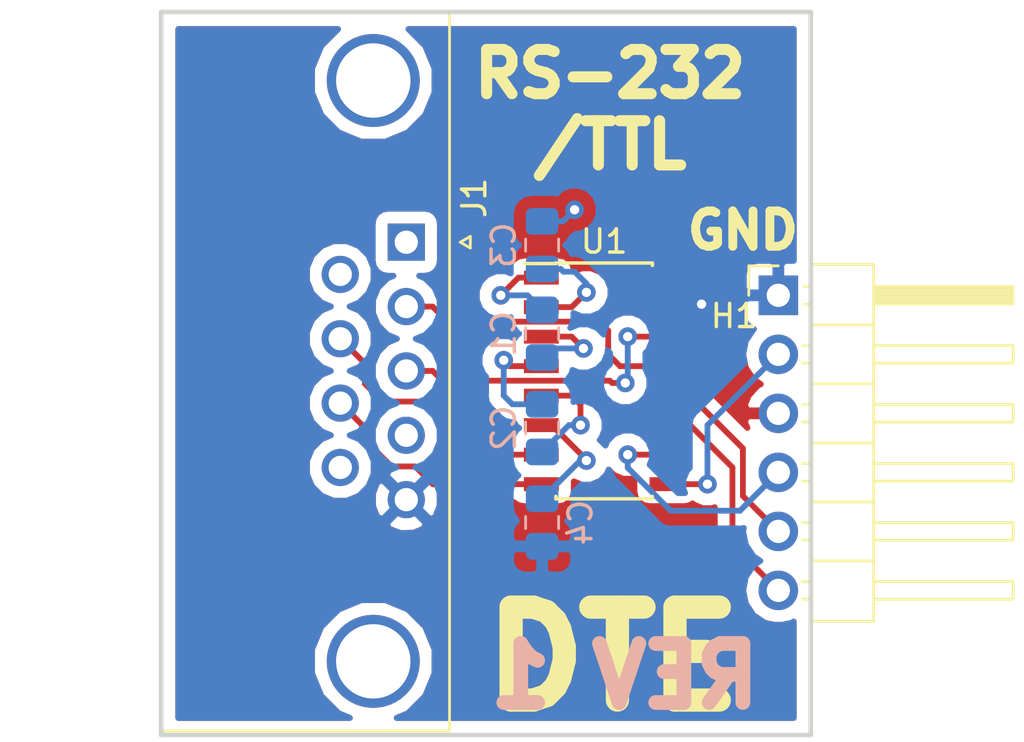
<source format=kicad_pcb>
(kicad_pcb (version 20171130) (host pcbnew "(5.1.5)-3")

  (general
    (thickness 1.6)
    (drawings 10)
    (tracks 90)
    (zones 0)
    (modules 7)
    (nets 18)
  )

  (page A)
  (title_block
    (title DTE)
    (date 2020-02-22)
    (rev 1)
    (company "Land Boards LLC")
  )

  (layers
    (0 F.Cu signal)
    (31 B.Cu signal)
    (32 B.Adhes user hide)
    (33 F.Adhes user hide)
    (34 B.Paste user)
    (35 F.Paste user)
    (36 B.SilkS user)
    (37 F.SilkS user hide)
    (38 B.Mask user hide)
    (39 F.Mask user hide)
    (40 Dwgs.User user hide)
    (41 Cmts.User user hide)
    (42 Eco1.User user hide)
    (43 Eco2.User user hide)
    (44 Edge.Cuts user)
    (45 Margin user hide)
    (46 B.CrtYd user hide)
    (47 F.CrtYd user hide)
    (48 B.Fab user hide)
    (49 F.Fab user)
  )

  (setup
    (last_trace_width 0.25)
    (trace_clearance 0.2)
    (zone_clearance 0.508)
    (zone_45_only no)
    (trace_min 0.2)
    (via_size 0.8)
    (via_drill 0.4)
    (via_min_size 0.4)
    (via_min_drill 0.3)
    (uvia_size 0.3)
    (uvia_drill 0.1)
    (uvias_allowed no)
    (uvia_min_size 0.2)
    (uvia_min_drill 0.1)
    (edge_width 0.15)
    (segment_width 0.2)
    (pcb_text_width 0.3)
    (pcb_text_size 1.5 1.5)
    (mod_edge_width 0.15)
    (mod_text_size 1 1)
    (mod_text_width 0.15)
    (pad_size 1.524 1.524)
    (pad_drill 0.762)
    (pad_to_mask_clearance 0.051)
    (solder_mask_min_width 0.25)
    (aux_axis_origin 0 0)
    (visible_elements 7EFDEF5F)
    (pcbplotparams
      (layerselection 0x010fc_ffffffff)
      (usegerberextensions false)
      (usegerberattributes false)
      (usegerberadvancedattributes false)
      (creategerberjobfile false)
      (excludeedgelayer true)
      (linewidth 0.100000)
      (plotframeref false)
      (viasonmask false)
      (mode 1)
      (useauxorigin false)
      (hpglpennumber 1)
      (hpglpenspeed 20)
      (hpglpendiameter 15.000000)
      (psnegative false)
      (psa4output false)
      (plotreference true)
      (plotvalue true)
      (plotinvisibletext false)
      (padsonsilk false)
      (subtractmaskfromsilk false)
      (outputformat 1)
      (mirror false)
      (drillshape 0)
      (scaleselection 1)
      (outputdirectory "plots/"))
  )

  (net 0 "")
  (net 1 "Net-(C1-Pad1)")
  (net 2 "Net-(C1-Pad2)")
  (net 3 "Net-(C2-Pad2)")
  (net 4 "Net-(C2-Pad1)")
  (net 5 GND)
  (net 6 "Net-(C3-Pad2)")
  (net 7 "Net-(C4-Pad2)")
  (net 8 "Net-(J1-Pad2)")
  (net 9 "Net-(J1-Pad3)")
  (net 10 /VCC)
  (net 11 "Net-(H1-Pad2)")
  (net 12 "Net-(H1-Pad4)")
  (net 13 "Net-(H1-Pad5)")
  (net 14 "Net-(H1-Pad6)")
  (net 15 "Net-(J1-Pad7)")
  (net 16 "Net-(J1-Pad8)")
  (net 17 "Net-(J1-Pad0)")

  (net_class Default "This is the default net class."
    (clearance 0.2)
    (trace_width 0.25)
    (via_dia 0.8)
    (via_drill 0.4)
    (uvia_dia 0.3)
    (uvia_drill 0.1)
    (add_net /VCC)
    (add_net GND)
    (add_net "Net-(C1-Pad1)")
    (add_net "Net-(C1-Pad2)")
    (add_net "Net-(C2-Pad1)")
    (add_net "Net-(C2-Pad2)")
    (add_net "Net-(C3-Pad2)")
    (add_net "Net-(C4-Pad2)")
    (add_net "Net-(H1-Pad2)")
    (add_net "Net-(H1-Pad4)")
    (add_net "Net-(H1-Pad5)")
    (add_net "Net-(H1-Pad6)")
    (add_net "Net-(J1-Pad0)")
    (add_net "Net-(J1-Pad2)")
    (add_net "Net-(J1-Pad3)")
    (add_net "Net-(J1-Pad7)")
    (add_net "Net-(J1-Pad8)")
  )

  (module Capacitor_SMD:C_0805_2012Metric_Pad1.15x1.40mm_HandSolder (layer B.Cu) (tedit 5B36C52B) (tstamp 5D73C2EC)
    (at 16.383 13.843 270)
    (descr "Capacitor SMD 0805 (2012 Metric), square (rectangular) end terminal, IPC_7351 nominal with elongated pad for handsoldering. (Body size source: https://docs.google.com/spreadsheets/d/1BsfQQcO9C6DZCsRaXUlFlo91Tg2WpOkGARC1WS5S8t0/edit?usp=sharing), generated with kicad-footprint-generator")
    (tags "capacitor handsolder")
    (path /5D728776)
    (attr smd)
    (fp_text reference C1 (at 0 1.65 270) (layer B.SilkS)
      (effects (font (size 1 1) (thickness 0.15)) (justify mirror))
    )
    (fp_text value 0.1uF (at 0 -1.65 270) (layer B.Fab)
      (effects (font (size 1 1) (thickness 0.15)) (justify mirror))
    )
    (fp_line (start -1 -0.6) (end -1 0.6) (layer B.Fab) (width 0.1))
    (fp_line (start -1 0.6) (end 1 0.6) (layer B.Fab) (width 0.1))
    (fp_line (start 1 0.6) (end 1 -0.6) (layer B.Fab) (width 0.1))
    (fp_line (start 1 -0.6) (end -1 -0.6) (layer B.Fab) (width 0.1))
    (fp_line (start -0.261252 0.71) (end 0.261252 0.71) (layer B.SilkS) (width 0.12))
    (fp_line (start -0.261252 -0.71) (end 0.261252 -0.71) (layer B.SilkS) (width 0.12))
    (fp_line (start -1.85 -0.95) (end -1.85 0.95) (layer B.CrtYd) (width 0.05))
    (fp_line (start -1.85 0.95) (end 1.85 0.95) (layer B.CrtYd) (width 0.05))
    (fp_line (start 1.85 0.95) (end 1.85 -0.95) (layer B.CrtYd) (width 0.05))
    (fp_line (start 1.85 -0.95) (end -1.85 -0.95) (layer B.CrtYd) (width 0.05))
    (fp_text user %R (at 0 0 270) (layer B.Fab)
      (effects (font (size 0.5 0.5) (thickness 0.08)) (justify mirror))
    )
    (pad 1 smd roundrect (at -1.025 0 270) (size 1.15 1.4) (layers B.Cu B.Paste B.Mask) (roundrect_rratio 0.217391)
      (net 1 "Net-(C1-Pad1)"))
    (pad 2 smd roundrect (at 1.025 0 270) (size 1.15 1.4) (layers B.Cu B.Paste B.Mask) (roundrect_rratio 0.217391)
      (net 2 "Net-(C1-Pad2)"))
    (model ${KISYS3DMOD}/Capacitor_SMD.3dshapes/C_0805_2012Metric.wrl
      (at (xyz 0 0 0))
      (scale (xyz 1 1 1))
      (rotate (xyz 0 0 0))
    )
  )

  (module Capacitor_SMD:C_0805_2012Metric_Pad1.15x1.40mm_HandSolder (layer B.Cu) (tedit 5B36C52B) (tstamp 5D73C2FD)
    (at 16.383 17.907 270)
    (descr "Capacitor SMD 0805 (2012 Metric), square (rectangular) end terminal, IPC_7351 nominal with elongated pad for handsoldering. (Body size source: https://docs.google.com/spreadsheets/d/1BsfQQcO9C6DZCsRaXUlFlo91Tg2WpOkGARC1WS5S8t0/edit?usp=sharing), generated with kicad-footprint-generator")
    (tags "capacitor handsolder")
    (path /5D728CCE)
    (attr smd)
    (fp_text reference C2 (at 0 1.65 270) (layer B.SilkS)
      (effects (font (size 1 1) (thickness 0.15)) (justify mirror))
    )
    (fp_text value 0.1uF (at 0 -1.65 270) (layer B.Fab)
      (effects (font (size 1 1) (thickness 0.15)) (justify mirror))
    )
    (fp_text user %R (at 0 0 270) (layer B.Fab)
      (effects (font (size 0.5 0.5) (thickness 0.08)) (justify mirror))
    )
    (fp_line (start 1.85 -0.95) (end -1.85 -0.95) (layer B.CrtYd) (width 0.05))
    (fp_line (start 1.85 0.95) (end 1.85 -0.95) (layer B.CrtYd) (width 0.05))
    (fp_line (start -1.85 0.95) (end 1.85 0.95) (layer B.CrtYd) (width 0.05))
    (fp_line (start -1.85 -0.95) (end -1.85 0.95) (layer B.CrtYd) (width 0.05))
    (fp_line (start -0.261252 -0.71) (end 0.261252 -0.71) (layer B.SilkS) (width 0.12))
    (fp_line (start -0.261252 0.71) (end 0.261252 0.71) (layer B.SilkS) (width 0.12))
    (fp_line (start 1 -0.6) (end -1 -0.6) (layer B.Fab) (width 0.1))
    (fp_line (start 1 0.6) (end 1 -0.6) (layer B.Fab) (width 0.1))
    (fp_line (start -1 0.6) (end 1 0.6) (layer B.Fab) (width 0.1))
    (fp_line (start -1 -0.6) (end -1 0.6) (layer B.Fab) (width 0.1))
    (pad 2 smd roundrect (at 1.025 0 270) (size 1.15 1.4) (layers B.Cu B.Paste B.Mask) (roundrect_rratio 0.217391)
      (net 3 "Net-(C2-Pad2)"))
    (pad 1 smd roundrect (at -1.025 0 270) (size 1.15 1.4) (layers B.Cu B.Paste B.Mask) (roundrect_rratio 0.217391)
      (net 4 "Net-(C2-Pad1)"))
    (model ${KISYS3DMOD}/Capacitor_SMD.3dshapes/C_0805_2012Metric.wrl
      (at (xyz 0 0 0))
      (scale (xyz 1 1 1))
      (rotate (xyz 0 0 0))
    )
  )

  (module Capacitor_SMD:C_0805_2012Metric_Pad1.15x1.40mm_HandSolder (layer B.Cu) (tedit 5B36C52B) (tstamp 5D73C30E)
    (at 16.383 10.033 270)
    (descr "Capacitor SMD 0805 (2012 Metric), square (rectangular) end terminal, IPC_7351 nominal with elongated pad for handsoldering. (Body size source: https://docs.google.com/spreadsheets/d/1BsfQQcO9C6DZCsRaXUlFlo91Tg2WpOkGARC1WS5S8t0/edit?usp=sharing), generated with kicad-footprint-generator")
    (tags "capacitor handsolder")
    (path /5D728CF8)
    (attr smd)
    (fp_text reference C3 (at 0 1.65 270) (layer B.SilkS)
      (effects (font (size 1 1) (thickness 0.15)) (justify mirror))
    )
    (fp_text value 0.1uF (at 0 -1.65 270) (layer B.Fab)
      (effects (font (size 1 1) (thickness 0.15)) (justify mirror))
    )
    (fp_line (start -1 -0.6) (end -1 0.6) (layer B.Fab) (width 0.1))
    (fp_line (start -1 0.6) (end 1 0.6) (layer B.Fab) (width 0.1))
    (fp_line (start 1 0.6) (end 1 -0.6) (layer B.Fab) (width 0.1))
    (fp_line (start 1 -0.6) (end -1 -0.6) (layer B.Fab) (width 0.1))
    (fp_line (start -0.261252 0.71) (end 0.261252 0.71) (layer B.SilkS) (width 0.12))
    (fp_line (start -0.261252 -0.71) (end 0.261252 -0.71) (layer B.SilkS) (width 0.12))
    (fp_line (start -1.85 -0.95) (end -1.85 0.95) (layer B.CrtYd) (width 0.05))
    (fp_line (start -1.85 0.95) (end 1.85 0.95) (layer B.CrtYd) (width 0.05))
    (fp_line (start 1.85 0.95) (end 1.85 -0.95) (layer B.CrtYd) (width 0.05))
    (fp_line (start 1.85 -0.95) (end -1.85 -0.95) (layer B.CrtYd) (width 0.05))
    (fp_text user %R (at 0 0 270) (layer B.Fab)
      (effects (font (size 0.5 0.5) (thickness 0.08)) (justify mirror))
    )
    (pad 1 smd roundrect (at -1.025 0 270) (size 1.15 1.4) (layers B.Cu B.Paste B.Mask) (roundrect_rratio 0.217391)
      (net 10 /VCC))
    (pad 2 smd roundrect (at 1.025 0 270) (size 1.15 1.4) (layers B.Cu B.Paste B.Mask) (roundrect_rratio 0.217391)
      (net 6 "Net-(C3-Pad2)"))
    (model ${KISYS3DMOD}/Capacitor_SMD.3dshapes/C_0805_2012Metric.wrl
      (at (xyz 0 0 0))
      (scale (xyz 1 1 1))
      (rotate (xyz 0 0 0))
    )
  )

  (module Capacitor_SMD:C_0805_2012Metric_Pad1.15x1.40mm_HandSolder (layer B.Cu) (tedit 5B36C52B) (tstamp 5D73C31F)
    (at 16.383 21.971 90)
    (descr "Capacitor SMD 0805 (2012 Metric), square (rectangular) end terminal, IPC_7351 nominal with elongated pad for handsoldering. (Body size source: https://docs.google.com/spreadsheets/d/1BsfQQcO9C6DZCsRaXUlFlo91Tg2WpOkGARC1WS5S8t0/edit?usp=sharing), generated with kicad-footprint-generator")
    (tags "capacitor handsolder")
    (path /5D728D2A)
    (attr smd)
    (fp_text reference C4 (at 0 1.65 90) (layer B.SilkS)
      (effects (font (size 1 1) (thickness 0.15)) (justify mirror))
    )
    (fp_text value 0.1uF (at 0 -1.65 90) (layer B.Fab)
      (effects (font (size 1 1) (thickness 0.15)) (justify mirror))
    )
    (fp_text user %R (at 0 0 90) (layer B.Fab)
      (effects (font (size 0.5 0.5) (thickness 0.08)) (justify mirror))
    )
    (fp_line (start 1.85 -0.95) (end -1.85 -0.95) (layer B.CrtYd) (width 0.05))
    (fp_line (start 1.85 0.95) (end 1.85 -0.95) (layer B.CrtYd) (width 0.05))
    (fp_line (start -1.85 0.95) (end 1.85 0.95) (layer B.CrtYd) (width 0.05))
    (fp_line (start -1.85 -0.95) (end -1.85 0.95) (layer B.CrtYd) (width 0.05))
    (fp_line (start -0.261252 -0.71) (end 0.261252 -0.71) (layer B.SilkS) (width 0.12))
    (fp_line (start -0.261252 0.71) (end 0.261252 0.71) (layer B.SilkS) (width 0.12))
    (fp_line (start 1 -0.6) (end -1 -0.6) (layer B.Fab) (width 0.1))
    (fp_line (start 1 0.6) (end 1 -0.6) (layer B.Fab) (width 0.1))
    (fp_line (start -1 0.6) (end 1 0.6) (layer B.Fab) (width 0.1))
    (fp_line (start -1 -0.6) (end -1 0.6) (layer B.Fab) (width 0.1))
    (pad 2 smd roundrect (at 1.025 0 90) (size 1.15 1.4) (layers B.Cu B.Paste B.Mask) (roundrect_rratio 0.217391)
      (net 7 "Net-(C4-Pad2)"))
    (pad 1 smd roundrect (at -1.025 0 90) (size 1.15 1.4) (layers B.Cu B.Paste B.Mask) (roundrect_rratio 0.217391)
      (net 5 GND))
    (model ${KISYS3DMOD}/Capacitor_SMD.3dshapes/C_0805_2012Metric.wrl
      (at (xyz 0 0 0))
      (scale (xyz 1 1 1))
      (rotate (xyz 0 0 0))
    )
  )

  (module Connector_PinHeader_2.54mm:PinHeader_1x06_P2.54mm_Horizontal (layer F.Cu) (tedit 5D759B42) (tstamp 5D73C386)
    (at 26.543 12.192)
    (descr "Through hole angled pin header, 1x06, 2.54mm pitch, 6mm pin length, single row")
    (tags "Through hole angled pin header THT 1x06 2.54mm single row")
    (path /5D75A367)
    (fp_text reference H1 (at -1.905 0.889) (layer F.SilkS)
      (effects (font (size 1 1) (thickness 0.15)))
    )
    (fp_text value FTDI-Slave (at 4.385 14.97) (layer F.Fab)
      (effects (font (size 1 1) (thickness 0.15)))
    )
    (fp_line (start 2.135 -1.27) (end 4.04 -1.27) (layer F.Fab) (width 0.1))
    (fp_line (start 4.04 -1.27) (end 4.04 13.97) (layer F.Fab) (width 0.1))
    (fp_line (start 4.04 13.97) (end 1.5 13.97) (layer F.Fab) (width 0.1))
    (fp_line (start 1.5 13.97) (end 1.5 -0.635) (layer F.Fab) (width 0.1))
    (fp_line (start 1.5 -0.635) (end 2.135 -1.27) (layer F.Fab) (width 0.1))
    (fp_line (start -0.32 -0.32) (end 1.5 -0.32) (layer F.Fab) (width 0.1))
    (fp_line (start -0.32 -0.32) (end -0.32 0.32) (layer F.Fab) (width 0.1))
    (fp_line (start -0.32 0.32) (end 1.5 0.32) (layer F.Fab) (width 0.1))
    (fp_line (start 4.04 -0.32) (end 10.04 -0.32) (layer F.Fab) (width 0.1))
    (fp_line (start 10.04 -0.32) (end 10.04 0.32) (layer F.Fab) (width 0.1))
    (fp_line (start 4.04 0.32) (end 10.04 0.32) (layer F.Fab) (width 0.1))
    (fp_line (start -0.32 2.22) (end 1.5 2.22) (layer F.Fab) (width 0.1))
    (fp_line (start -0.32 2.22) (end -0.32 2.86) (layer F.Fab) (width 0.1))
    (fp_line (start -0.32 2.86) (end 1.5 2.86) (layer F.Fab) (width 0.1))
    (fp_line (start 4.04 2.22) (end 10.04 2.22) (layer F.Fab) (width 0.1))
    (fp_line (start 10.04 2.22) (end 10.04 2.86) (layer F.Fab) (width 0.1))
    (fp_line (start 4.04 2.86) (end 10.04 2.86) (layer F.Fab) (width 0.1))
    (fp_line (start -0.32 4.76) (end 1.5 4.76) (layer F.Fab) (width 0.1))
    (fp_line (start -0.32 4.76) (end -0.32 5.4) (layer F.Fab) (width 0.1))
    (fp_line (start -0.32 5.4) (end 1.5 5.4) (layer F.Fab) (width 0.1))
    (fp_line (start 4.04 4.76) (end 10.04 4.76) (layer F.Fab) (width 0.1))
    (fp_line (start 10.04 4.76) (end 10.04 5.4) (layer F.Fab) (width 0.1))
    (fp_line (start 4.04 5.4) (end 10.04 5.4) (layer F.Fab) (width 0.1))
    (fp_line (start -0.32 7.3) (end 1.5 7.3) (layer F.Fab) (width 0.1))
    (fp_line (start -0.32 7.3) (end -0.32 7.94) (layer F.Fab) (width 0.1))
    (fp_line (start -0.32 7.94) (end 1.5 7.94) (layer F.Fab) (width 0.1))
    (fp_line (start 4.04 7.3) (end 10.04 7.3) (layer F.Fab) (width 0.1))
    (fp_line (start 10.04 7.3) (end 10.04 7.94) (layer F.Fab) (width 0.1))
    (fp_line (start 4.04 7.94) (end 10.04 7.94) (layer F.Fab) (width 0.1))
    (fp_line (start -0.32 9.84) (end 1.5 9.84) (layer F.Fab) (width 0.1))
    (fp_line (start -0.32 9.84) (end -0.32 10.48) (layer F.Fab) (width 0.1))
    (fp_line (start -0.32 10.48) (end 1.5 10.48) (layer F.Fab) (width 0.1))
    (fp_line (start 4.04 9.84) (end 10.04 9.84) (layer F.Fab) (width 0.1))
    (fp_line (start 10.04 9.84) (end 10.04 10.48) (layer F.Fab) (width 0.1))
    (fp_line (start 4.04 10.48) (end 10.04 10.48) (layer F.Fab) (width 0.1))
    (fp_line (start -0.32 12.38) (end 1.5 12.38) (layer F.Fab) (width 0.1))
    (fp_line (start -0.32 12.38) (end -0.32 13.02) (layer F.Fab) (width 0.1))
    (fp_line (start -0.32 13.02) (end 1.5 13.02) (layer F.Fab) (width 0.1))
    (fp_line (start 4.04 12.38) (end 10.04 12.38) (layer F.Fab) (width 0.1))
    (fp_line (start 10.04 12.38) (end 10.04 13.02) (layer F.Fab) (width 0.1))
    (fp_line (start 4.04 13.02) (end 10.04 13.02) (layer F.Fab) (width 0.1))
    (fp_line (start 1.44 -1.33) (end 1.44 14.03) (layer F.SilkS) (width 0.12))
    (fp_line (start 1.44 14.03) (end 4.1 14.03) (layer F.SilkS) (width 0.12))
    (fp_line (start 4.1 14.03) (end 4.1 -1.33) (layer F.SilkS) (width 0.12))
    (fp_line (start 4.1 -1.33) (end 1.44 -1.33) (layer F.SilkS) (width 0.12))
    (fp_line (start 4.1 -0.38) (end 10.1 -0.38) (layer F.SilkS) (width 0.12))
    (fp_line (start 10.1 -0.38) (end 10.1 0.38) (layer F.SilkS) (width 0.12))
    (fp_line (start 10.1 0.38) (end 4.1 0.38) (layer F.SilkS) (width 0.12))
    (fp_line (start 4.1 -0.32) (end 10.1 -0.32) (layer F.SilkS) (width 0.12))
    (fp_line (start 4.1 -0.2) (end 10.1 -0.2) (layer F.SilkS) (width 0.12))
    (fp_line (start 4.1 -0.08) (end 10.1 -0.08) (layer F.SilkS) (width 0.12))
    (fp_line (start 4.1 0.04) (end 10.1 0.04) (layer F.SilkS) (width 0.12))
    (fp_line (start 4.1 0.16) (end 10.1 0.16) (layer F.SilkS) (width 0.12))
    (fp_line (start 4.1 0.28) (end 10.1 0.28) (layer F.SilkS) (width 0.12))
    (fp_line (start 1.11 -0.38) (end 1.44 -0.38) (layer F.SilkS) (width 0.12))
    (fp_line (start 1.11 0.38) (end 1.44 0.38) (layer F.SilkS) (width 0.12))
    (fp_line (start 1.44 1.27) (end 4.1 1.27) (layer F.SilkS) (width 0.12))
    (fp_line (start 4.1 2.16) (end 10.1 2.16) (layer F.SilkS) (width 0.12))
    (fp_line (start 10.1 2.16) (end 10.1 2.92) (layer F.SilkS) (width 0.12))
    (fp_line (start 10.1 2.92) (end 4.1 2.92) (layer F.SilkS) (width 0.12))
    (fp_line (start 1.042929 2.16) (end 1.44 2.16) (layer F.SilkS) (width 0.12))
    (fp_line (start 1.042929 2.92) (end 1.44 2.92) (layer F.SilkS) (width 0.12))
    (fp_line (start 1.44 3.81) (end 4.1 3.81) (layer F.SilkS) (width 0.12))
    (fp_line (start 4.1 4.7) (end 10.1 4.7) (layer F.SilkS) (width 0.12))
    (fp_line (start 10.1 4.7) (end 10.1 5.46) (layer F.SilkS) (width 0.12))
    (fp_line (start 10.1 5.46) (end 4.1 5.46) (layer F.SilkS) (width 0.12))
    (fp_line (start 1.042929 4.7) (end 1.44 4.7) (layer F.SilkS) (width 0.12))
    (fp_line (start 1.042929 5.46) (end 1.44 5.46) (layer F.SilkS) (width 0.12))
    (fp_line (start 1.44 6.35) (end 4.1 6.35) (layer F.SilkS) (width 0.12))
    (fp_line (start 4.1 7.24) (end 10.1 7.24) (layer F.SilkS) (width 0.12))
    (fp_line (start 10.1 7.24) (end 10.1 8) (layer F.SilkS) (width 0.12))
    (fp_line (start 10.1 8) (end 4.1 8) (layer F.SilkS) (width 0.12))
    (fp_line (start 1.042929 7.24) (end 1.44 7.24) (layer F.SilkS) (width 0.12))
    (fp_line (start 1.042929 8) (end 1.44 8) (layer F.SilkS) (width 0.12))
    (fp_line (start 1.44 8.89) (end 4.1 8.89) (layer F.SilkS) (width 0.12))
    (fp_line (start 4.1 9.78) (end 10.1 9.78) (layer F.SilkS) (width 0.12))
    (fp_line (start 10.1 9.78) (end 10.1 10.54) (layer F.SilkS) (width 0.12))
    (fp_line (start 10.1 10.54) (end 4.1 10.54) (layer F.SilkS) (width 0.12))
    (fp_line (start 1.042929 9.78) (end 1.44 9.78) (layer F.SilkS) (width 0.12))
    (fp_line (start 1.042929 10.54) (end 1.44 10.54) (layer F.SilkS) (width 0.12))
    (fp_line (start 1.44 11.43) (end 4.1 11.43) (layer F.SilkS) (width 0.12))
    (fp_line (start 4.1 12.32) (end 10.1 12.32) (layer F.SilkS) (width 0.12))
    (fp_line (start 10.1 12.32) (end 10.1 13.08) (layer F.SilkS) (width 0.12))
    (fp_line (start 10.1 13.08) (end 4.1 13.08) (layer F.SilkS) (width 0.12))
    (fp_line (start 1.042929 12.32) (end 1.44 12.32) (layer F.SilkS) (width 0.12))
    (fp_line (start 1.042929 13.08) (end 1.44 13.08) (layer F.SilkS) (width 0.12))
    (fp_line (start -1.27 0) (end -1.27 -1.27) (layer F.SilkS) (width 0.12))
    (fp_line (start -1.27 -1.27) (end 0 -1.27) (layer F.SilkS) (width 0.12))
    (fp_line (start -1.8 -1.8) (end -1.8 14.5) (layer F.CrtYd) (width 0.05))
    (fp_line (start -1.8 14.5) (end 10.55 14.5) (layer F.CrtYd) (width 0.05))
    (fp_line (start 10.55 14.5) (end 10.55 -1.8) (layer F.CrtYd) (width 0.05))
    (fp_line (start 10.55 -1.8) (end -1.8 -1.8) (layer F.CrtYd) (width 0.05))
    (fp_text user %R (at 2.77 6.35 90) (layer F.Fab)
      (effects (font (size 1 1) (thickness 0.15)))
    )
    (pad 1 thru_hole rect (at 0 0) (size 1.7 1.7) (drill 1) (layers *.Cu *.Mask)
      (net 5 GND))
    (pad 2 thru_hole oval (at 0 2.54) (size 1.7 1.7) (drill 1) (layers *.Cu *.Mask)
      (net 11 "Net-(H1-Pad2)"))
    (pad 3 thru_hole oval (at 0 5.08) (size 1.7 1.7) (drill 1) (layers *.Cu *.Mask)
      (net 10 /VCC))
    (pad 4 thru_hole oval (at 0 7.62) (size 1.7 1.7) (drill 1) (layers *.Cu *.Mask)
      (net 12 "Net-(H1-Pad4)"))
    (pad 5 thru_hole oval (at 0 10.16) (size 1.7 1.7) (drill 1) (layers *.Cu *.Mask)
      (net 13 "Net-(H1-Pad5)"))
    (pad 6 thru_hole oval (at 0 12.7) (size 1.7 1.7) (drill 1) (layers *.Cu *.Mask)
      (net 14 "Net-(H1-Pad6)"))
    (model ${KISYS3DMOD}/Connector_PinHeader_2.54mm.3dshapes/PinHeader_1x06_P2.54mm_Horizontal.wrl
      (at (xyz 0 0 0))
      (scale (xyz 1 1 1))
      (rotate (xyz 0 0 0))
    )
  )

  (module Connector_Dsub:DSUB-9_Male_Horizontal_P2.77x2.84mm_EdgePinOffset7.70mm_Housed_MountingHolesOffset9.12mm (layer F.Cu) (tedit 5D759B32) (tstamp 5D73C3BA)
    (at 10.541 9.906 270)
    (descr "9-pin D-Sub connector, horizontal/angled (90 deg), THT-mount, male, pitch 2.77x2.84mm, pin-PCB-offset 7.699999999999999mm, distance of mounting holes 25mm, distance of mounting holes to PCB edge 9.12mm, see https://disti-assets.s3.amazonaws.com/tonar/files/datasheets/16730.pdf")
    (tags "9-pin D-Sub connector horizontal angled 90deg THT male pitch 2.77x2.84mm pin-PCB-offset 7.699999999999999mm mounting-holes-distance 25mm mounting-hole-offset 25mm")
    (path /5D729312)
    (fp_text reference J1 (at -1.905 -2.921 270) (layer F.SilkS)
      (effects (font (size 1 1) (thickness 0.15)))
    )
    (fp_text value DB9_Male_MountingHoles (at 5.54 18.44 270) (layer F.Fab)
      (effects (font (size 1 1) (thickness 0.15)))
    )
    (fp_arc (start -6.96 1.42) (end -8.56 1.42) (angle 180) (layer F.Fab) (width 0.1))
    (fp_arc (start 18.04 1.42) (end 16.44 1.42) (angle 180) (layer F.Fab) (width 0.1))
    (fp_line (start -9.885 -1.8) (end -9.885 10.54) (layer F.Fab) (width 0.1))
    (fp_line (start -9.885 10.54) (end 20.965 10.54) (layer F.Fab) (width 0.1))
    (fp_line (start 20.965 10.54) (end 20.965 -1.8) (layer F.Fab) (width 0.1))
    (fp_line (start 20.965 -1.8) (end -9.885 -1.8) (layer F.Fab) (width 0.1))
    (fp_line (start -9.885 10.54) (end -9.885 10.94) (layer F.Fab) (width 0.1))
    (fp_line (start -9.885 10.94) (end 20.965 10.94) (layer F.Fab) (width 0.1))
    (fp_line (start 20.965 10.94) (end 20.965 10.54) (layer F.Fab) (width 0.1))
    (fp_line (start 20.965 10.54) (end -9.885 10.54) (layer F.Fab) (width 0.1))
    (fp_line (start -2.61 10.94) (end -2.61 16.94) (layer F.Fab) (width 0.1))
    (fp_line (start -2.61 16.94) (end 13.69 16.94) (layer F.Fab) (width 0.1))
    (fp_line (start 13.69 16.94) (end 13.69 10.94) (layer F.Fab) (width 0.1))
    (fp_line (start 13.69 10.94) (end -2.61 10.94) (layer F.Fab) (width 0.1))
    (fp_line (start -9.46 10.94) (end -9.46 15.94) (layer F.Fab) (width 0.1))
    (fp_line (start -9.46 15.94) (end -4.46 15.94) (layer F.Fab) (width 0.1))
    (fp_line (start -4.46 15.94) (end -4.46 10.94) (layer F.Fab) (width 0.1))
    (fp_line (start -4.46 10.94) (end -9.46 10.94) (layer F.Fab) (width 0.1))
    (fp_line (start 15.54 10.94) (end 15.54 15.94) (layer F.Fab) (width 0.1))
    (fp_line (start 15.54 15.94) (end 20.54 15.94) (layer F.Fab) (width 0.1))
    (fp_line (start 20.54 15.94) (end 20.54 10.94) (layer F.Fab) (width 0.1))
    (fp_line (start 20.54 10.94) (end 15.54 10.94) (layer F.Fab) (width 0.1))
    (fp_line (start -8.56 10.54) (end -8.56 1.42) (layer F.Fab) (width 0.1))
    (fp_line (start -5.36 10.54) (end -5.36 1.42) (layer F.Fab) (width 0.1))
    (fp_line (start 16.44 10.54) (end 16.44 1.42) (layer F.Fab) (width 0.1))
    (fp_line (start 19.64 10.54) (end 19.64 1.42) (layer F.Fab) (width 0.1))
    (fp_line (start -9.945 10.48) (end -9.945 -1.86) (layer F.SilkS) (width 0.12))
    (fp_line (start -9.945 -1.86) (end 21.025 -1.86) (layer F.SilkS) (width 0.12))
    (fp_line (start 21.025 -1.86) (end 21.025 10.48) (layer F.SilkS) (width 0.12))
    (fp_line (start -0.25 -2.754338) (end 0.25 -2.754338) (layer F.SilkS) (width 0.12))
    (fp_line (start 0.25 -2.754338) (end 0 -2.321325) (layer F.SilkS) (width 0.12))
    (fp_line (start 0 -2.321325) (end -0.25 -2.754338) (layer F.SilkS) (width 0.12))
    (fp_line (start -10.4 -2.35) (end -10.4 17.45) (layer F.CrtYd) (width 0.05))
    (fp_line (start -10.4 17.45) (end 21.5 17.45) (layer F.CrtYd) (width 0.05))
    (fp_line (start 21.5 17.45) (end 21.5 -2.35) (layer F.CrtYd) (width 0.05))
    (fp_line (start 21.5 -2.35) (end -10.4 -2.35) (layer F.CrtYd) (width 0.05))
    (fp_text user %R (at 5.54 13.94 270) (layer F.Fab)
      (effects (font (size 1 1) (thickness 0.15)))
    )
    (pad 1 thru_hole rect (at 0 0 270) (size 1.6 1.6) (drill 1) (layers *.Cu *.Mask))
    (pad 2 thru_hole circle (at 2.77 0 270) (size 1.6 1.6) (drill 1) (layers *.Cu *.Mask)
      (net 8 "Net-(J1-Pad2)"))
    (pad 3 thru_hole circle (at 5.54 0 270) (size 1.6 1.6) (drill 1) (layers *.Cu *.Mask)
      (net 9 "Net-(J1-Pad3)"))
    (pad 4 thru_hole circle (at 8.31 0 270) (size 1.6 1.6) (drill 1) (layers *.Cu *.Mask))
    (pad 5 thru_hole circle (at 11.08 0 270) (size 1.6 1.6) (drill 1) (layers *.Cu *.Mask)
      (net 5 GND))
    (pad 6 thru_hole circle (at 1.385 2.84 270) (size 1.6 1.6) (drill 1) (layers *.Cu *.Mask))
    (pad 7 thru_hole circle (at 4.155 2.84 270) (size 1.6 1.6) (drill 1) (layers *.Cu *.Mask)
      (net 15 "Net-(J1-Pad7)"))
    (pad 8 thru_hole circle (at 6.925 2.84 270) (size 1.6 1.6) (drill 1) (layers *.Cu *.Mask)
      (net 16 "Net-(J1-Pad8)"))
    (pad 9 thru_hole circle (at 9.695 2.84 270) (size 1.6 1.6) (drill 1) (layers *.Cu *.Mask))
    (pad 0 thru_hole circle (at -6.96 1.42 270) (size 4 4) (drill 3.2) (layers *.Cu *.Mask)
      (net 17 "Net-(J1-Pad0)"))
    (pad 0 thru_hole circle (at 18.04 1.42 270) (size 4 4) (drill 3.2) (layers *.Cu *.Mask)
      (net 17 "Net-(J1-Pad0)"))
    (model ${KISYS3DMOD}/Connector_Dsub.3dshapes/DSUB-9_Male_Horizontal_P2.77x2.84mm_EdgePinOffset7.70mm_Housed_MountingHolesOffset9.12mm.wrl
      (at (xyz 0 0 0))
      (scale (xyz 1 1 1))
      (rotate (xyz 0 0 0))
    )
  )

  (module Package_SO:SOIC-16_3.9x9.9mm_P1.27mm (layer F.Cu) (tedit 5A02F2D3) (tstamp 5D73C3DF)
    (at 19.05 15.875)
    (descr "16-Lead Plastic Small Outline (SL) - Narrow, 3.90 mm Body [SOIC] (see Microchip Packaging Specification 00000049BS.pdf)")
    (tags "SOIC 1.27")
    (path /5D7285AB)
    (attr smd)
    (fp_text reference U1 (at 0 -6) (layer F.SilkS)
      (effects (font (size 1 1) (thickness 0.15)))
    )
    (fp_text value ICL3232 (at 0 6) (layer F.Fab)
      (effects (font (size 1 1) (thickness 0.15)))
    )
    (fp_text user %R (at 0 0) (layer F.Fab)
      (effects (font (size 0.9 0.9) (thickness 0.135)))
    )
    (fp_line (start -0.95 -4.95) (end 1.95 -4.95) (layer F.Fab) (width 0.15))
    (fp_line (start 1.95 -4.95) (end 1.95 4.95) (layer F.Fab) (width 0.15))
    (fp_line (start 1.95 4.95) (end -1.95 4.95) (layer F.Fab) (width 0.15))
    (fp_line (start -1.95 4.95) (end -1.95 -3.95) (layer F.Fab) (width 0.15))
    (fp_line (start -1.95 -3.95) (end -0.95 -4.95) (layer F.Fab) (width 0.15))
    (fp_line (start -3.7 -5.25) (end -3.7 5.25) (layer F.CrtYd) (width 0.05))
    (fp_line (start 3.7 -5.25) (end 3.7 5.25) (layer F.CrtYd) (width 0.05))
    (fp_line (start -3.7 -5.25) (end 3.7 -5.25) (layer F.CrtYd) (width 0.05))
    (fp_line (start -3.7 5.25) (end 3.7 5.25) (layer F.CrtYd) (width 0.05))
    (fp_line (start -2.075 -5.075) (end -2.075 -5.05) (layer F.SilkS) (width 0.15))
    (fp_line (start 2.075 -5.075) (end 2.075 -4.97) (layer F.SilkS) (width 0.15))
    (fp_line (start 2.075 5.075) (end 2.075 4.97) (layer F.SilkS) (width 0.15))
    (fp_line (start -2.075 5.075) (end -2.075 4.97) (layer F.SilkS) (width 0.15))
    (fp_line (start -2.075 -5.075) (end 2.075 -5.075) (layer F.SilkS) (width 0.15))
    (fp_line (start -2.075 5.075) (end 2.075 5.075) (layer F.SilkS) (width 0.15))
    (fp_line (start -2.075 -5.05) (end -3.45 -5.05) (layer F.SilkS) (width 0.15))
    (pad 1 smd rect (at -2.7 -4.445) (size 1.5 0.6) (layers F.Cu F.Paste F.Mask)
      (net 1 "Net-(C1-Pad1)"))
    (pad 2 smd rect (at -2.7 -3.175) (size 1.5 0.6) (layers F.Cu F.Paste F.Mask)
      (net 6 "Net-(C3-Pad2)"))
    (pad 3 smd rect (at -2.7 -1.905) (size 1.5 0.6) (layers F.Cu F.Paste F.Mask)
      (net 2 "Net-(C1-Pad2)"))
    (pad 4 smd rect (at -2.7 -0.635) (size 1.5 0.6) (layers F.Cu F.Paste F.Mask)
      (net 4 "Net-(C2-Pad1)"))
    (pad 5 smd rect (at -2.7 0.635) (size 1.5 0.6) (layers F.Cu F.Paste F.Mask)
      (net 3 "Net-(C2-Pad2)"))
    (pad 6 smd rect (at -2.7 1.905) (size 1.5 0.6) (layers F.Cu F.Paste F.Mask)
      (net 7 "Net-(C4-Pad2)"))
    (pad 7 smd rect (at -2.7 3.175) (size 1.5 0.6) (layers F.Cu F.Paste F.Mask)
      (net 15 "Net-(J1-Pad7)"))
    (pad 8 smd rect (at -2.7 4.445) (size 1.5 0.6) (layers F.Cu F.Paste F.Mask)
      (net 16 "Net-(J1-Pad8)"))
    (pad 9 smd rect (at 2.7 4.445) (size 1.5 0.6) (layers F.Cu F.Paste F.Mask)
      (net 11 "Net-(H1-Pad2)"))
    (pad 10 smd rect (at 2.7 3.175) (size 1.5 0.6) (layers F.Cu F.Paste F.Mask)
      (net 12 "Net-(H1-Pad4)"))
    (pad 11 smd rect (at 2.7 1.905) (size 1.5 0.6) (layers F.Cu F.Paste F.Mask)
      (net 14 "Net-(H1-Pad6)"))
    (pad 12 smd rect (at 2.7 0.635) (size 1.5 0.6) (layers F.Cu F.Paste F.Mask)
      (net 13 "Net-(H1-Pad5)"))
    (pad 13 smd rect (at 2.7 -0.635) (size 1.5 0.6) (layers F.Cu F.Paste F.Mask)
      (net 8 "Net-(J1-Pad2)"))
    (pad 14 smd rect (at 2.7 -1.905) (size 1.5 0.6) (layers F.Cu F.Paste F.Mask)
      (net 9 "Net-(J1-Pad3)"))
    (pad 15 smd rect (at 2.7 -3.175) (size 1.5 0.6) (layers F.Cu F.Paste F.Mask)
      (net 5 GND))
    (pad 16 smd rect (at 2.7 -4.445) (size 1.5 0.6) (layers F.Cu F.Paste F.Mask)
      (net 10 /VCC))
    (model ${KISYS3DMOD}/Package_SO.3dshapes/SOIC-16_3.9x9.9mm_P1.27mm.wrl
      (at (xyz 0 0 0))
      (scale (xyz 1 1 1))
      (rotate (xyz 0 0 0))
    )
  )

  (dimension 31.115 (width 0.3) (layer Dwgs.User)
    (gr_text "31.115 mm" (at 40.835 15.5575 90) (layer Dwgs.User)
      (effects (font (size 1.5 1.5) (thickness 0.3)))
    )
    (feature1 (pts (xy 27.94 0) (xy 39.321421 0)))
    (feature2 (pts (xy 27.94 31.115) (xy 39.321421 31.115)))
    (crossbar (pts (xy 38.735 31.115) (xy 38.735 0)))
    (arrow1a (pts (xy 38.735 0) (xy 39.321421 1.126504)))
    (arrow1b (pts (xy 38.735 0) (xy 38.148579 1.126504)))
    (arrow2a (pts (xy 38.735 31.115) (xy 39.321421 29.988496)))
    (arrow2b (pts (xy 38.735 31.115) (xy 38.148579 29.988496)))
  )
  (dimension 27.94 (width 0.3) (layer Dwgs.User)
    (gr_text "27.940 mm" (at 13.97 -4.64) (layer Dwgs.User)
      (effects (font (size 1.5 1.5) (thickness 0.3)))
    )
    (feature1 (pts (xy 27.94 0) (xy 27.94 -3.126421)))
    (feature2 (pts (xy 0 0) (xy 0 -3.126421)))
    (crossbar (pts (xy 0 -2.54) (xy 27.94 -2.54)))
    (arrow1a (pts (xy 27.94 -2.54) (xy 26.813496 -1.953579)))
    (arrow1b (pts (xy 27.94 -2.54) (xy 26.813496 -3.126421)))
    (arrow2a (pts (xy 0 -2.54) (xy 1.126504 -1.953579)))
    (arrow2b (pts (xy 0 -2.54) (xy 1.126504 -3.126421)))
  )
  (gr_text "REV 1" (at 19.939 28.575) (layer B.SilkS) (tstamp 5D765BE1)
    (effects (font (size 2.54 2.54) (thickness 0.635)) (justify mirror))
  )
  (gr_text GND (at 25.019 9.398) (layer F.SilkS) (tstamp 5D73CD6E)
    (effects (font (size 1.524 1.524) (thickness 0.381)))
  )
  (gr_text "RS-232\n/TTL" (at 19.304 4.191) (layer F.SilkS) (tstamp 5D73CD66)
    (effects (font (size 1.905 1.905) (thickness 0.47625)))
  )
  (gr_text DTE (at 19.431 27.813) (layer F.SilkS)
    (effects (font (size 4 4) (thickness 1)))
  )
  (gr_line (start 0 31.115) (end 0 0) (layer Edge.Cuts) (width 0.2))
  (gr_line (start 27.94 31.115) (end 0 31.115) (layer Edge.Cuts) (width 0.2))
  (gr_line (start 27.94 0) (end 27.94 31.115) (layer Edge.Cuts) (width 0.2))
  (gr_line (start 0 0) (end 27.94 0) (layer Edge.Cuts) (width 0.2))

  (via (at 14.605 12.192) (size 0.8) (drill 0.4) (layers F.Cu B.Cu) (net 1))
  (segment (start 16.35 11.43) (end 15.367 11.43) (width 0.25) (layer F.Cu) (net 1) (status 10))
  (segment (start 15.367 11.43) (end 14.605 12.192) (width 0.25) (layer F.Cu) (net 1))
  (segment (start 15.757 12.192) (end 16.383 12.818) (width 0.25) (layer B.Cu) (net 1) (status 20))
  (segment (start 14.605 12.192) (end 15.757 12.192) (width 0.25) (layer B.Cu) (net 1))
  (segment (start 16.35 13.97) (end 17.653 13.97) (width 0.25) (layer F.Cu) (net 2) (status 10))
  (via (at 18.161 14.478) (size 0.8) (drill 0.4) (layers F.Cu B.Cu) (net 2))
  (segment (start 17.653 13.97) (end 18.161 14.478) (width 0.25) (layer F.Cu) (net 2))
  (segment (start 16.773 14.478) (end 16.383 14.868) (width 0.25) (layer B.Cu) (net 2) (status 30))
  (segment (start 18.161 14.478) (end 16.773 14.478) (width 0.25) (layer B.Cu) (net 2) (status 20))
  (via (at 18.034 17.78) (size 0.8) (drill 0.4) (layers F.Cu B.Cu) (net 3))
  (segment (start 17.535 17.78) (end 16.383 18.932) (width 0.25) (layer B.Cu) (net 3) (status 20))
  (segment (start 18.034 17.78) (end 17.535 17.78) (width 0.25) (layer B.Cu) (net 3))
  (segment (start 18.034 16.891) (end 18.034 17.78) (width 0.25) (layer F.Cu) (net 3))
  (segment (start 16.35 16.51) (end 17.653 16.51) (width 0.25) (layer F.Cu) (net 3))
  (segment (start 17.653 16.51) (end 18.034 16.891) (width 0.25) (layer F.Cu) (net 3))
  (via (at 14.732 14.986) (size 0.8) (drill 0.4) (layers F.Cu B.Cu) (net 4))
  (segment (start 16.35 15.24) (end 14.986 15.24) (width 0.25) (layer F.Cu) (net 4) (status 10))
  (segment (start 14.986 15.24) (end 14.732 14.986) (width 0.25) (layer F.Cu) (net 4))
  (segment (start 14.732 14.986) (end 14.732 16.51) (width 0.25) (layer B.Cu) (net 4))
  (segment (start 15.104 16.882) (end 16.383 16.882) (width 0.25) (layer B.Cu) (net 4) (status 20))
  (segment (start 14.732 16.51) (end 15.104 16.882) (width 0.25) (layer B.Cu) (net 4))
  (via (at 23.241 12.573) (size 0.8) (drill 0.4) (layers F.Cu B.Cu) (net 5))
  (segment (start 21.75 12.7) (end 23.114 12.7) (width 0.25) (layer F.Cu) (net 5) (status 10))
  (segment (start 23.114 12.7) (end 23.241 12.573) (width 0.25) (layer F.Cu) (net 5))
  (segment (start 17.183 11.058) (end 17.301 11.176) (width 0.25) (layer B.Cu) (net 6))
  (segment (start 16.383 11.058) (end 17.183 11.058) (width 0.25) (layer B.Cu) (net 6) (status 10))
  (segment (start 17.301 11.176) (end 17.78 11.176) (width 0.25) (layer B.Cu) (net 6))
  (via (at 18.288 12.065) (size 0.8) (drill 0.4) (layers F.Cu B.Cu) (net 6))
  (segment (start 17.78 11.176) (end 18.288 11.684) (width 0.25) (layer B.Cu) (net 6))
  (segment (start 18.288 11.684) (end 18.288 12.065) (width 0.25) (layer B.Cu) (net 6))
  (segment (start 17.653 12.7) (end 18.288 12.065) (width 0.25) (layer F.Cu) (net 6))
  (segment (start 16.35 12.7) (end 17.653 12.7) (width 0.25) (layer F.Cu) (net 6) (status 10))
  (via (at 18.288 19.304) (size 0.8) (drill 0.4) (layers F.Cu B.Cu) (net 7))
  (segment (start 18.288 19.268) (end 18.288 19.304) (width 0.25) (layer F.Cu) (net 7))
  (segment (start 16.35 17.78) (end 16.8 17.78) (width 0.25) (layer F.Cu) (net 7) (status 30))
  (segment (start 16.8 17.78) (end 18.288 19.268) (width 0.25) (layer F.Cu) (net 7) (status 10))
  (segment (start 18.025 19.304) (end 18.288 19.304) (width 0.25) (layer B.Cu) (net 7))
  (segment (start 16.383 20.946) (end 18.025 19.304) (width 0.25) (layer B.Cu) (net 7) (status 10))
  (segment (start 11.67237 12.676) (end 10.541 12.676) (width 0.25) (layer F.Cu) (net 8))
  (segment (start 19.226 13.716) (end 18.835001 13.325001) (width 0.25) (layer F.Cu) (net 8))
  (segment (start 18.835001 13.325001) (end 12.321371 13.325001) (width 0.25) (layer F.Cu) (net 8))
  (segment (start 12.321371 13.325001) (end 11.67237 12.676) (width 0.25) (layer F.Cu) (net 8))
  (segment (start 19.734 15.24) (end 19.226 14.732) (width 0.25) (layer F.Cu) (net 8))
  (segment (start 21.75 15.24) (end 19.734 15.24) (width 0.25) (layer F.Cu) (net 8))
  (segment (start 19.226 14.732) (end 19.226 13.716) (width 0.25) (layer F.Cu) (net 8))
  (via (at 19.959955 15.965) (size 0.8) (drill 0.4) (layers F.Cu B.Cu) (net 9) (status 1000000))
  (via (at 20.066 13.97) (size 0.8) (drill 0.4) (layers F.Cu B.Cu) (net 9) (status 1000000))
  (segment (start 20.066 13.97) (end 20.066 15.858955) (width 0.25) (layer B.Cu) (net 9) (status 1000000))
  (segment (start 20.066 15.858955) (end 19.959955 15.965) (width 0.25) (layer B.Cu) (net 9) (status 1000000))
  (segment (start 21.75 13.97) (end 20.066 13.97) (width 0.25) (layer F.Cu) (net 9) (status 1000000))
  (segment (start 11.67237 15.446) (end 10.541 15.446) (width 0.25) (layer F.Cu) (net 9))
  (segment (start 12.091371 15.865001) (end 11.67237 15.446) (width 0.25) (layer F.Cu) (net 9))
  (segment (start 19.294271 15.865001) (end 12.091371 15.865001) (width 0.25) (layer F.Cu) (net 9))
  (segment (start 19.39427 15.965) (end 19.294271 15.865001) (width 0.25) (layer F.Cu) (net 9))
  (segment (start 19.959955 15.965) (end 19.39427 15.965) (width 0.25) (layer F.Cu) (net 9))
  (via (at 17.78 8.509) (size 0.8) (drill 0.4) (layers F.Cu B.Cu) (net 10))
  (segment (start 16.383 9.008) (end 17.281 9.008) (width 0.25) (layer B.Cu) (net 10))
  (segment (start 17.281 9.008) (end 17.78 8.509) (width 0.25) (layer B.Cu) (net 10))
  (via (at 23.495 20.32) (size 0.8) (drill 0.4) (layers F.Cu B.Cu) (net 11))
  (segment (start 21.75 20.32) (end 23.495 20.32) (width 0.25) (layer F.Cu) (net 11))
  (segment (start 23.495 17.78) (end 26.543 14.732) (width 0.25) (layer B.Cu) (net 11))
  (segment (start 23.495 20.32) (end 23.495 17.78) (width 0.25) (layer B.Cu) (net 11))
  (via (at 20.066 19.05) (size 0.8) (drill 0.4) (layers F.Cu B.Cu) (net 12))
  (segment (start 21.75 19.05) (end 20.066 19.05) (width 0.25) (layer F.Cu) (net 12))
  (segment (start 20.066 19.615685) (end 21.913315 21.463) (width 0.25) (layer B.Cu) (net 12))
  (segment (start 20.066 19.05) (end 20.066 19.615685) (width 0.25) (layer B.Cu) (net 12))
  (segment (start 24.892 21.463) (end 26.543 19.812) (width 0.25) (layer B.Cu) (net 12))
  (segment (start 21.913315 21.463) (end 24.892 21.463) (width 0.25) (layer B.Cu) (net 12))
  (segment (start 22.75 16.51) (end 25.019 18.779) (width 0.25) (layer F.Cu) (net 13))
  (segment (start 21.75 16.51) (end 22.75 16.51) (width 0.25) (layer F.Cu) (net 13))
  (segment (start 25.019 20.828) (end 26.543 22.352) (width 0.25) (layer F.Cu) (net 13))
  (segment (start 25.019 18.779) (end 25.019 20.828) (width 0.25) (layer F.Cu) (net 13))
  (segment (start 25.693001 24.042001) (end 26.543 24.892) (width 0.25) (layer F.Cu) (net 14))
  (segment (start 24.56899 22.91799) (end 25.693001 24.042001) (width 0.25) (layer F.Cu) (net 14))
  (segment (start 24.56899 19.59899) (end 24.56899 22.91799) (width 0.25) (layer F.Cu) (net 14))
  (segment (start 22.75 17.78) (end 24.56899 19.59899) (width 0.25) (layer F.Cu) (net 14))
  (segment (start 21.75 17.78) (end 22.75 17.78) (width 0.25) (layer F.Cu) (net 14))
  (segment (start 13.716 19.05) (end 16.35 19.05) (width 0.25) (layer F.Cu) (net 15) (status 20))
  (segment (start 11.43 16.764) (end 13.716 19.05) (width 0.25) (layer F.Cu) (net 15))
  (segment (start 9.525 16.764) (end 11.43 16.764) (width 0.25) (layer F.Cu) (net 15))
  (segment (start 8.763 16.002) (end 9.525 16.764) (width 0.25) (layer F.Cu) (net 15))
  (segment (start 8.763 15.123) (end 8.763 16.002) (width 0.25) (layer F.Cu) (net 15))
  (segment (start 7.701 14.061) (end 8.763 15.123) (width 0.25) (layer F.Cu) (net 15) (status 10))
  (segment (start 11.684 20.32) (end 16.35 20.32) (width 0.25) (layer F.Cu) (net 16) (status 20))
  (segment (start 10.922 19.558) (end 11.684 20.32) (width 0.25) (layer F.Cu) (net 16))
  (segment (start 9.906 19.558) (end 10.922 19.558) (width 0.25) (layer F.Cu) (net 16))
  (segment (start 8.636 18.288) (end 9.906 19.558) (width 0.25) (layer F.Cu) (net 16))
  (segment (start 8.636 17.766) (end 8.636 18.288) (width 0.25) (layer F.Cu) (net 16))
  (segment (start 7.701 16.831) (end 8.636 17.766) (width 0.25) (layer F.Cu) (net 16) (status 10))

  (zone (net 10) (net_name /VCC) (layer F.Cu) (tstamp 5D7D52E4) (hatch edge 0.508)
    (connect_pads (clearance 0.508))
    (min_thickness 0.254)
    (fill yes (arc_segments 16) (thermal_gap 0.508) (thermal_bridge_width 0.508))
    (polygon
      (pts
        (xy 0 0) (xy 27.94 0) (xy 27.94 31.115) (xy 0 31.115)
      )
    )
    (filled_polygon
      (pts
        (xy 6.887155 1.453392) (xy 6.486 2.421866) (xy 6.486 3.470134) (xy 6.887155 4.438608) (xy 7.628392 5.179845)
        (xy 8.596866 5.581) (xy 9.645134 5.581) (xy 10.613608 5.179845) (xy 11.354845 4.438608) (xy 11.756 3.470134)
        (xy 11.756 2.421866) (xy 11.354845 1.453392) (xy 10.636453 0.735) (xy 27.205 0.735) (xy 27.205 10.69456)
        (xy 25.693 10.69456) (xy 25.445235 10.743843) (xy 25.235191 10.884191) (xy 25.094843 11.094235) (xy 25.04556 11.342)
        (xy 25.04556 13.042) (xy 25.094843 13.289765) (xy 25.235191 13.499809) (xy 25.445235 13.640157) (xy 25.490619 13.649184)
        (xy 25.472375 13.661375) (xy 25.144161 14.152582) (xy 25.028908 14.732) (xy 25.144161 15.311418) (xy 25.472375 15.802625)
        (xy 25.791478 16.015843) (xy 25.661642 16.076817) (xy 25.271355 16.505076) (xy 25.101524 16.91511) (xy 25.222845 17.145)
        (xy 26.416 17.145) (xy 26.416 17.125) (xy 26.67 17.125) (xy 26.67 17.145) (xy 26.69 17.145)
        (xy 26.69 17.399) (xy 26.67 17.399) (xy 26.67 17.419) (xy 26.416 17.419) (xy 26.416 17.399)
        (xy 25.222845 17.399) (xy 25.101524 17.62889) (xy 25.213116 17.898314) (xy 23.340331 16.02553) (xy 23.297929 15.962071)
        (xy 23.079299 15.815987) (xy 23.098157 15.787765) (xy 23.14744 15.54) (xy 23.14744 14.94) (xy 23.098157 14.692235)
        (xy 23.039868 14.605) (xy 23.098157 14.517765) (xy 23.14744 14.27) (xy 23.14744 13.67) (xy 23.135108 13.608)
        (xy 23.446874 13.608) (xy 23.82728 13.450431) (xy 24.118431 13.15928) (xy 24.276 12.778874) (xy 24.276 12.367126)
        (xy 24.118431 11.98672) (xy 23.82728 11.695569) (xy 23.446874 11.538) (xy 23.035126 11.538) (xy 22.980059 11.560809)
        (xy 22.97625 11.557) (xy 21.877 11.557) (xy 21.877 11.577) (xy 21.623 11.577) (xy 21.623 11.557)
        (xy 20.52375 11.557) (xy 20.365 11.71575) (xy 20.365 11.85631) (xy 20.454768 12.073028) (xy 20.401843 12.152235)
        (xy 20.35256 12.4) (xy 20.35256 12.968421) (xy 20.271874 12.935) (xy 19.860126 12.935) (xy 19.61948 13.034679)
        (xy 19.425332 12.840531) (xy 19.38293 12.777072) (xy 19.171769 12.635979) (xy 19.323 12.270874) (xy 19.323 11.859126)
        (xy 19.165431 11.47872) (xy 18.87428 11.187569) (xy 18.493874 11.03) (xy 18.082126 11.03) (xy 17.74744 11.168631)
        (xy 17.74744 11.13) (xy 17.722316 11.00369) (xy 20.365 11.00369) (xy 20.365 11.14425) (xy 20.52375 11.303)
        (xy 21.623 11.303) (xy 21.623 10.65375) (xy 21.877 10.65375) (xy 21.877 11.303) (xy 22.97625 11.303)
        (xy 23.135 11.14425) (xy 23.135 11.00369) (xy 23.038327 10.770301) (xy 22.859698 10.591673) (xy 22.626309 10.495)
        (xy 22.03575 10.495) (xy 21.877 10.65375) (xy 21.623 10.65375) (xy 21.46425 10.495) (xy 20.873691 10.495)
        (xy 20.640302 10.591673) (xy 20.461673 10.770301) (xy 20.365 11.00369) (xy 17.722316 11.00369) (xy 17.698157 10.882235)
        (xy 17.557809 10.672191) (xy 17.347765 10.531843) (xy 17.1 10.48256) (xy 15.6 10.48256) (xy 15.352235 10.531843)
        (xy 15.142191 10.672191) (xy 15.120893 10.704065) (xy 15.118605 10.70452) (xy 15.070462 10.714096) (xy 14.986346 10.770301)
        (xy 14.819071 10.882071) (xy 14.776671 10.945527) (xy 14.565198 11.157) (xy 14.399126 11.157) (xy 14.01872 11.314569)
        (xy 13.727569 11.60572) (xy 13.57 11.986126) (xy 13.57 12.397874) (xy 13.639226 12.565001) (xy 12.636173 12.565001)
        (xy 12.262701 12.19153) (xy 12.220299 12.128071) (xy 11.968907 11.960096) (xy 11.782322 11.922982) (xy 11.757534 11.863138)
        (xy 11.353862 11.459466) (xy 11.097893 11.35344) (xy 11.341 11.35344) (xy 11.588765 11.304157) (xy 11.798809 11.163809)
        (xy 11.939157 10.953765) (xy 11.98844 10.706) (xy 11.98844 9.106) (xy 11.939157 8.858235) (xy 11.798809 8.648191)
        (xy 11.588765 8.507843) (xy 11.341 8.45856) (xy 9.741 8.45856) (xy 9.493235 8.507843) (xy 9.283191 8.648191)
        (xy 9.142843 8.858235) (xy 9.09356 9.106) (xy 9.09356 10.706) (xy 9.142843 10.953765) (xy 9.283191 11.163809)
        (xy 9.493235 11.304157) (xy 9.741 11.35344) (xy 9.984107 11.35344) (xy 9.728138 11.459466) (xy 9.324466 11.863138)
        (xy 9.106 12.390561) (xy 9.106 12.961439) (xy 9.324466 13.488862) (xy 9.728138 13.892534) (xy 10.13485 14.061)
        (xy 9.728138 14.229466) (xy 9.33961 14.617994) (xy 9.310929 14.575071) (xy 9.247473 14.532671) (xy 9.114104 14.399302)
        (xy 9.136 14.346439) (xy 9.136 13.775561) (xy 8.917534 13.248138) (xy 8.513862 12.844466) (xy 8.10715 12.676)
        (xy 8.513862 12.507534) (xy 8.917534 12.103862) (xy 9.136 11.576439) (xy 9.136 11.005561) (xy 8.917534 10.478138)
        (xy 8.513862 10.074466) (xy 7.986439 9.856) (xy 7.415561 9.856) (xy 6.888138 10.074466) (xy 6.484466 10.478138)
        (xy 6.266 11.005561) (xy 6.266 11.576439) (xy 6.484466 12.103862) (xy 6.888138 12.507534) (xy 7.29485 12.676)
        (xy 6.888138 12.844466) (xy 6.484466 13.248138) (xy 6.266 13.775561) (xy 6.266 14.346439) (xy 6.484466 14.873862)
        (xy 6.888138 15.277534) (xy 7.29485 15.446) (xy 6.888138 15.614466) (xy 6.484466 16.018138) (xy 6.266 16.545561)
        (xy 6.266 17.116439) (xy 6.484466 17.643862) (xy 6.888138 18.047534) (xy 7.29485 18.216) (xy 6.888138 18.384466)
        (xy 6.484466 18.788138) (xy 6.266 19.315561) (xy 6.266 19.886439) (xy 6.484466 20.413862) (xy 6.888138 20.817534)
        (xy 7.415561 21.036) (xy 7.986439 21.036) (xy 8.513862 20.817534) (xy 8.917534 20.413862) (xy 9.136 19.886439)
        (xy 9.136 19.862802) (xy 9.31567 20.042472) (xy 9.358071 20.105929) (xy 9.378215 20.119389) (xy 9.324466 20.173138)
        (xy 9.106 20.700561) (xy 9.106 21.271439) (xy 9.324466 21.798862) (xy 9.728138 22.202534) (xy 10.255561 22.421)
        (xy 10.826439 22.421) (xy 11.353862 22.202534) (xy 11.757534 21.798862) (xy 11.976 21.271439) (xy 11.976 21.08)
        (xy 15.14547 21.08) (xy 15.352235 21.218157) (xy 15.6 21.26744) (xy 17.1 21.26744) (xy 17.347765 21.218157)
        (xy 17.557809 21.077809) (xy 17.698157 20.867765) (xy 17.74744 20.62) (xy 17.74744 20.200369) (xy 18.082126 20.339)
        (xy 18.493874 20.339) (xy 18.87428 20.181431) (xy 19.165431 19.89028) (xy 19.246603 19.694314) (xy 19.47972 19.927431)
        (xy 19.860126 20.085) (xy 20.271874 20.085) (xy 20.35256 20.051579) (xy 20.35256 20.62) (xy 20.401843 20.867765)
        (xy 20.542191 21.077809) (xy 20.752235 21.218157) (xy 21 21.26744) (xy 22.5 21.26744) (xy 22.747765 21.218157)
        (xy 22.856674 21.145385) (xy 22.90872 21.197431) (xy 23.289126 21.355) (xy 23.700874 21.355) (xy 23.808991 21.310217)
        (xy 23.808991 22.843138) (xy 23.794102 22.91799) (xy 23.808991 22.992842) (xy 23.853087 23.214527) (xy 24.021062 23.465919)
        (xy 24.084518 23.508319) (xy 25.101791 24.525593) (xy 25.028908 24.892) (xy 25.144161 25.471418) (xy 25.472375 25.962625)
        (xy 25.963582 26.290839) (xy 26.396744 26.377) (xy 26.689256 26.377) (xy 27.122418 26.290839) (xy 27.205001 26.235659)
        (xy 27.205001 30.38) (xy 10.130391 30.38) (xy 10.613608 30.179845) (xy 11.354845 29.438608) (xy 11.756 28.470134)
        (xy 11.756 27.421866) (xy 11.354845 26.453392) (xy 10.613608 25.712155) (xy 9.645134 25.311) (xy 8.596866 25.311)
        (xy 7.628392 25.712155) (xy 6.887155 26.453392) (xy 6.486 27.421866) (xy 6.486 28.470134) (xy 6.887155 29.438608)
        (xy 7.628392 30.179845) (xy 8.111609 30.38) (xy 0.735 30.38) (xy 0.735 0.735) (xy 7.605547 0.735)
      )
    )
  )
  (zone (net 5) (net_name GND) (layer B.Cu) (tstamp 5D7D52E1) (hatch edge 0.508)
    (connect_pads (clearance 0.508))
    (min_thickness 0.254)
    (fill yes (arc_segments 16) (thermal_gap 0.508) (thermal_bridge_width 0.508))
    (polygon
      (pts
        (xy 0 0) (xy 27.94 0) (xy 27.94 31.115) (xy 0 31.115)
      )
    )
    (filled_polygon
      (pts
        (xy 6.887155 1.453392) (xy 6.486 2.421866) (xy 6.486 3.470134) (xy 6.887155 4.438608) (xy 7.628392 5.179845)
        (xy 8.596866 5.581) (xy 9.645134 5.581) (xy 10.613608 5.179845) (xy 11.354845 4.438608) (xy 11.756 3.470134)
        (xy 11.756 2.421866) (xy 11.354845 1.453392) (xy 10.636453 0.735) (xy 27.205 0.735) (xy 27.205 10.707)
        (xy 26.82875 10.707) (xy 26.67 10.86575) (xy 26.67 12.065) (xy 26.69 12.065) (xy 26.69 12.319)
        (xy 26.67 12.319) (xy 26.67 12.339) (xy 26.416 12.339) (xy 26.416 12.319) (xy 25.21675 12.319)
        (xy 25.058 12.47775) (xy 25.058 13.16831) (xy 25.154673 13.401699) (xy 25.333302 13.580327) (xy 25.494033 13.646904)
        (xy 25.472375 13.661375) (xy 25.144161 14.152582) (xy 25.028908 14.732) (xy 25.101791 15.098408) (xy 23.010528 17.189671)
        (xy 22.947072 17.232071) (xy 22.904672 17.295527) (xy 22.904671 17.295528) (xy 22.779097 17.483463) (xy 22.720112 17.78)
        (xy 22.735001 17.854852) (xy 22.735 19.616289) (xy 22.617569 19.73372) (xy 22.46 20.114126) (xy 22.46 20.525874)
        (xy 22.533368 20.703) (xy 22.228117 20.703) (xy 21.007271 19.482155) (xy 21.101 19.255874) (xy 21.101 18.844126)
        (xy 20.943431 18.46372) (xy 20.65228 18.172569) (xy 20.271874 18.015) (xy 19.860126 18.015) (xy 19.47972 18.172569)
        (xy 19.188569 18.46372) (xy 19.107397 18.659686) (xy 18.87428 18.426569) (xy 18.857919 18.419792) (xy 18.911431 18.36628)
        (xy 19.069 17.985874) (xy 19.069 17.574126) (xy 18.911431 17.19372) (xy 18.62028 16.902569) (xy 18.239874 16.745)
        (xy 17.828126 16.745) (xy 17.73044 16.785463) (xy 17.73044 16.556999) (xy 17.662127 16.213564) (xy 17.467586 15.922414)
        (xy 17.396626 15.875) (xy 17.467586 15.827586) (xy 17.662127 15.536436) (xy 17.688737 15.402658) (xy 17.955126 15.513)
        (xy 18.366874 15.513) (xy 18.74728 15.355431) (xy 19.038431 15.06428) (xy 19.196 14.683874) (xy 19.196 14.563711)
        (xy 19.306 14.673711) (xy 19.306001 15.155243) (xy 19.082524 15.37872) (xy 18.924955 15.759126) (xy 18.924955 16.170874)
        (xy 19.082524 16.55128) (xy 19.373675 16.842431) (xy 19.754081 17) (xy 20.165829 17) (xy 20.546235 16.842431)
        (xy 20.837386 16.55128) (xy 20.994955 16.170874) (xy 20.994955 15.759126) (xy 20.837386 15.37872) (xy 20.826 15.367334)
        (xy 20.826 14.673711) (xy 20.943431 14.55628) (xy 21.101 14.175874) (xy 21.101 13.764126) (xy 20.943431 13.38372)
        (xy 20.65228 13.092569) (xy 20.271874 12.935) (xy 19.860126 12.935) (xy 19.47972 13.092569) (xy 19.188569 13.38372)
        (xy 19.031 13.764126) (xy 19.031 13.884289) (xy 18.74728 13.600569) (xy 18.366874 13.443) (xy 17.955126 13.443)
        (xy 17.590131 13.594186) (xy 17.662127 13.486436) (xy 17.73044 13.143001) (xy 17.73044 12.954327) (xy 18.082126 13.1)
        (xy 18.493874 13.1) (xy 18.87428 12.942431) (xy 19.165431 12.65128) (xy 19.323 12.270874) (xy 19.323 11.859126)
        (xy 19.165431 11.47872) (xy 18.902401 11.21569) (xy 25.058 11.21569) (xy 25.058 11.90625) (xy 25.21675 12.065)
        (xy 26.416 12.065) (xy 26.416 10.86575) (xy 26.25725 10.707) (xy 25.566691 10.707) (xy 25.333302 10.803673)
        (xy 25.154673 10.982301) (xy 25.058 11.21569) (xy 18.902401 11.21569) (xy 18.87428 11.187569) (xy 18.868831 11.185312)
        (xy 18.835929 11.136071) (xy 18.772475 11.093673) (xy 18.37033 10.691529) (xy 18.327929 10.628071) (xy 18.076537 10.460096)
        (xy 17.854852 10.416) (xy 17.854847 10.416) (xy 17.78 10.401112) (xy 17.705153 10.416) (xy 17.667385 10.416)
        (xy 17.662127 10.389564) (xy 17.467586 10.098414) (xy 17.369687 10.033) (xy 17.467586 9.967586) (xy 17.662127 9.676436)
        (xy 17.664204 9.665995) (xy 17.828929 9.555929) (xy 17.8369 9.544) (xy 17.985874 9.544) (xy 18.36628 9.386431)
        (xy 18.657431 9.09528) (xy 18.815 8.714874) (xy 18.815 8.303126) (xy 18.657431 7.92272) (xy 18.36628 7.631569)
        (xy 17.985874 7.474) (xy 17.574126 7.474) (xy 17.19372 7.631569) (xy 17.005431 7.819858) (xy 16.833001 7.78556)
        (xy 15.932999 7.78556) (xy 15.589564 7.853873) (xy 15.298414 8.048414) (xy 15.103873 8.339564) (xy 15.03556 8.682999)
        (xy 15.03556 9.333001) (xy 15.103873 9.676436) (xy 15.298414 9.967586) (xy 15.396313 10.033) (xy 15.298414 10.098414)
        (xy 15.103873 10.389564) (xy 15.03556 10.732999) (xy 15.03556 11.250068) (xy 14.810874 11.157) (xy 14.399126 11.157)
        (xy 14.01872 11.314569) (xy 13.727569 11.60572) (xy 13.57 11.986126) (xy 13.57 12.397874) (xy 13.727569 12.77828)
        (xy 14.01872 13.069431) (xy 14.399126 13.227) (xy 14.810874 13.227) (xy 15.03556 13.133932) (xy 15.03556 13.143001)
        (xy 15.103873 13.486436) (xy 15.298414 13.777586) (xy 15.396313 13.843) (xy 15.298414 13.908414) (xy 15.197972 14.058736)
        (xy 14.937874 13.951) (xy 14.526126 13.951) (xy 14.14572 14.108569) (xy 13.854569 14.39972) (xy 13.697 14.780126)
        (xy 13.697 15.191874) (xy 13.854569 15.57228) (xy 13.972 15.689711) (xy 13.972001 16.435149) (xy 13.957112 16.51)
        (xy 13.972001 16.584852) (xy 14.011017 16.781) (xy 14.016097 16.806537) (xy 14.080264 16.902569) (xy 14.184072 17.057929)
        (xy 14.247527 17.100329) (xy 14.513671 17.366472) (xy 14.556071 17.429929) (xy 14.807463 17.597904) (xy 15.029148 17.642)
        (xy 15.029152 17.642) (xy 15.103999 17.656888) (xy 15.166672 17.644421) (xy 15.298414 17.841586) (xy 15.396313 17.907)
        (xy 15.298414 17.972414) (xy 15.103873 18.263564) (xy 15.03556 18.606999) (xy 15.03556 19.257001) (xy 15.103873 19.600436)
        (xy 15.298414 19.891586) (xy 15.369374 19.939) (xy 15.298414 19.986414) (xy 15.103873 20.277564) (xy 15.03556 20.620999)
        (xy 15.03556 21.271001) (xy 15.103873 21.614436) (xy 15.298414 21.905586) (xy 15.299597 21.906377) (xy 15.144673 22.061302)
        (xy 15.048 22.294691) (xy 15.048 22.71025) (xy 15.20675 22.869) (xy 16.256 22.869) (xy 16.256 22.849)
        (xy 16.51 22.849) (xy 16.51 22.869) (xy 17.55925 22.869) (xy 17.718 22.71025) (xy 17.718 22.294691)
        (xy 17.621327 22.061302) (xy 17.466403 21.906377) (xy 17.467586 21.905586) (xy 17.662127 21.614436) (xy 17.73044 21.271001)
        (xy 17.73044 20.673361) (xy 18.069876 20.333926) (xy 18.082126 20.339) (xy 18.493874 20.339) (xy 18.87428 20.181431)
        (xy 19.165431 19.89028) (xy 19.246603 19.694314) (xy 19.321686 19.769397) (xy 19.350096 19.912222) (xy 19.518072 20.163614)
        (xy 19.581528 20.206014) (xy 21.322986 21.947473) (xy 21.365386 22.010929) (xy 21.616778 22.178904) (xy 21.838463 22.223)
        (xy 21.838468 22.223) (xy 21.913315 22.237888) (xy 21.988162 22.223) (xy 24.817153 22.223) (xy 24.892 22.237888)
        (xy 24.966847 22.223) (xy 24.966852 22.223) (xy 25.058181 22.204833) (xy 25.028908 22.352) (xy 25.144161 22.931418)
        (xy 25.472375 23.422625) (xy 25.770761 23.622) (xy 25.472375 23.821375) (xy 25.144161 24.312582) (xy 25.028908 24.892)
        (xy 25.144161 25.471418) (xy 25.472375 25.962625) (xy 25.963582 26.290839) (xy 26.396744 26.377) (xy 26.689256 26.377)
        (xy 27.122418 26.290839) (xy 27.205001 26.235659) (xy 27.205001 30.38) (xy 10.130391 30.38) (xy 10.613608 30.179845)
        (xy 11.354845 29.438608) (xy 11.756 28.470134) (xy 11.756 27.421866) (xy 11.354845 26.453392) (xy 10.613608 25.712155)
        (xy 9.645134 25.311) (xy 8.596866 25.311) (xy 7.628392 25.712155) (xy 6.887155 26.453392) (xy 6.486 27.421866)
        (xy 6.486 28.470134) (xy 6.887155 29.438608) (xy 7.628392 30.179845) (xy 8.111609 30.38) (xy 0.735 30.38)
        (xy 0.735 23.28175) (xy 15.048 23.28175) (xy 15.048 23.697309) (xy 15.144673 23.930698) (xy 15.323301 24.109327)
        (xy 15.55669 24.206) (xy 16.09725 24.206) (xy 16.256 24.04725) (xy 16.256 23.123) (xy 16.51 23.123)
        (xy 16.51 24.04725) (xy 16.66875 24.206) (xy 17.20931 24.206) (xy 17.442699 24.109327) (xy 17.621327 23.930698)
        (xy 17.718 23.697309) (xy 17.718 23.28175) (xy 17.55925 23.123) (xy 16.51 23.123) (xy 16.256 23.123)
        (xy 15.20675 23.123) (xy 15.048 23.28175) (xy 0.735 23.28175) (xy 0.735 21.993745) (xy 9.712861 21.993745)
        (xy 9.786995 22.239864) (xy 10.324223 22.432965) (xy 10.894454 22.405778) (xy 11.295005 22.239864) (xy 11.369139 21.993745)
        (xy 10.541 21.165605) (xy 9.712861 21.993745) (xy 0.735 21.993745) (xy 0.735 11.005561) (xy 6.266 11.005561)
        (xy 6.266 11.576439) (xy 6.484466 12.103862) (xy 6.888138 12.507534) (xy 7.29485 12.676) (xy 6.888138 12.844466)
        (xy 6.484466 13.248138) (xy 6.266 13.775561) (xy 6.266 14.346439) (xy 6.484466 14.873862) (xy 6.888138 15.277534)
        (xy 7.29485 15.446) (xy 6.888138 15.614466) (xy 6.484466 16.018138) (xy 6.266 16.545561) (xy 6.266 17.116439)
        (xy 6.484466 17.643862) (xy 6.888138 18.047534) (xy 7.29485 18.216) (xy 6.888138 18.384466) (xy 6.484466 18.788138)
        (xy 6.266 19.315561) (xy 6.266 19.886439) (xy 6.484466 20.413862) (xy 6.888138 20.817534) (xy 7.415561 21.036)
        (xy 7.986439 21.036) (xy 8.513862 20.817534) (xy 8.562173 20.769223) (xy 9.094035 20.769223) (xy 9.121222 21.339454)
        (xy 9.287136 21.740005) (xy 9.533255 21.814139) (xy 10.361395 20.986) (xy 10.720605 20.986) (xy 11.548745 21.814139)
        (xy 11.794864 21.740005) (xy 11.987965 21.202777) (xy 11.960778 20.632546) (xy 11.794864 20.231995) (xy 11.548745 20.157861)
        (xy 10.720605 20.986) (xy 10.361395 20.986) (xy 9.533255 20.157861) (xy 9.287136 20.231995) (xy 9.094035 20.769223)
        (xy 8.562173 20.769223) (xy 8.917534 20.413862) (xy 9.136 19.886439) (xy 9.136 19.315561) (xy 8.917534 18.788138)
        (xy 8.513862 18.384466) (xy 8.10715 18.216) (xy 8.513862 18.047534) (xy 8.917534 17.643862) (xy 9.136 17.116439)
        (xy 9.136 16.545561) (xy 8.917534 16.018138) (xy 8.513862 15.614466) (xy 8.10715 15.446) (xy 8.513862 15.277534)
        (xy 8.917534 14.873862) (xy 9.136 14.346439) (xy 9.136 13.775561) (xy 8.917534 13.248138) (xy 8.513862 12.844466)
        (xy 8.10715 12.676) (xy 8.513862 12.507534) (xy 8.917534 12.103862) (xy 9.136 11.576439) (xy 9.136 11.005561)
        (xy 8.917534 10.478138) (xy 8.513862 10.074466) (xy 7.986439 9.856) (xy 7.415561 9.856) (xy 6.888138 10.074466)
        (xy 6.484466 10.478138) (xy 6.266 11.005561) (xy 0.735 11.005561) (xy 0.735 9.106) (xy 9.09356 9.106)
        (xy 9.09356 10.706) (xy 9.142843 10.953765) (xy 9.283191 11.163809) (xy 9.493235 11.304157) (xy 9.741 11.35344)
        (xy 9.984107 11.35344) (xy 9.728138 11.459466) (xy 9.324466 11.863138) (xy 9.106 12.390561) (xy 9.106 12.961439)
        (xy 9.324466 13.488862) (xy 9.728138 13.892534) (xy 10.13485 14.061) (xy 9.728138 14.229466) (xy 9.324466 14.633138)
        (xy 9.106 15.160561) (xy 9.106 15.731439) (xy 9.324466 16.258862) (xy 9.728138 16.662534) (xy 10.13485 16.831)
        (xy 9.728138 16.999466) (xy 9.324466 17.403138) (xy 9.106 17.930561) (xy 9.106 18.501439) (xy 9.324466 19.028862)
        (xy 9.728138 19.432534) (xy 10.119218 19.594525) (xy 9.786995 19.732136) (xy 9.712861 19.978255) (xy 10.541 20.806395)
        (xy 11.369139 19.978255) (xy 11.295005 19.732136) (xy 10.939261 19.604268) (xy 11.353862 19.432534) (xy 11.757534 19.028862)
        (xy 11.976 18.501439) (xy 11.976 17.930561) (xy 11.757534 17.403138) (xy 11.353862 16.999466) (xy 10.94715 16.831)
        (xy 11.353862 16.662534) (xy 11.757534 16.258862) (xy 11.976 15.731439) (xy 11.976 15.160561) (xy 11.757534 14.633138)
        (xy 11.353862 14.229466) (xy 10.94715 14.061) (xy 11.353862 13.892534) (xy 11.757534 13.488862) (xy 11.976 12.961439)
        (xy 11.976 12.390561) (xy 11.757534 11.863138) (xy 11.353862 11.459466) (xy 11.097893 11.35344) (xy 11.341 11.35344)
        (xy 11.588765 11.304157) (xy 11.798809 11.163809) (xy 11.939157 10.953765) (xy 11.98844 10.706) (xy 11.98844 9.106)
        (xy 11.939157 8.858235) (xy 11.798809 8.648191) (xy 11.588765 8.507843) (xy 11.341 8.45856) (xy 9.741 8.45856)
        (xy 9.493235 8.507843) (xy 9.283191 8.648191) (xy 9.142843 8.858235) (xy 9.09356 9.106) (xy 0.735 9.106)
        (xy 0.735 0.735) (xy 7.605547 0.735)
      )
    )
  )
)

</source>
